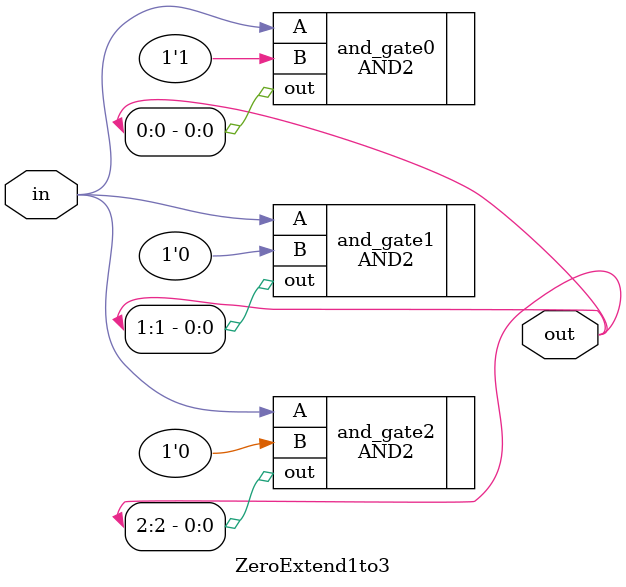
<source format=v>
module ZeroExtend1to3(
    input wire in,
    output wire [2:0] out
);

    AND2 and_gate0(.out(out[0]), .A(in), .B(1'b1)); 
    AND2 and_gate1(.out(out[1]), .A(in), .B(1'b0));

    AND2 and_gate2(.out(out[2]), .A(in), .B(1'b0)); 
endmodule
</source>
